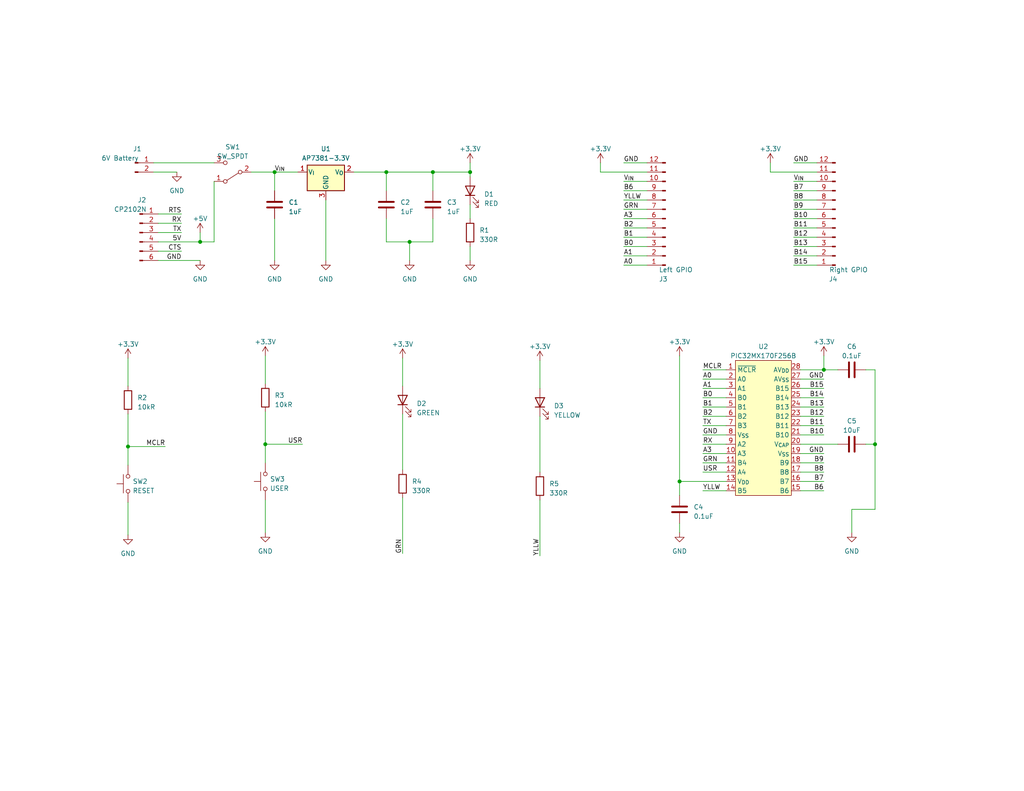
<source format=kicad_sch>
(kicad_sch (version 20230121) (generator eeschema)
  (paper "USLetter")
  (title_block (title "ME433 PCB") (date "2023-04-06") (rev "0.1") (company "Northwestern University") (comment 1 "Klemens Iten") (comment 2 "klemensiten2023@u.northwestern.edu"))
  (lib_symbols
    (symbol "ME433:AP7381-3.3V" (pin_names (offset 0.254))
      (property "Reference" "U" (at -3.81 3.175 0))
      (property "Value" "AP7381-3.3V" (at 0 3.175 0))
      (symbol "AP7381-3.3V_0_1"
        (rectangle (start -5.08 1.905) (end 5.08 -5.08) (stroke (width 0.254)) (fill (type background)))
      )
      (symbol "AP7381-3.3V_1_1"
        (pin power_in line (at -7.62 0 0) (length 2.54) (name "V_{I}") (number "1"))
        (pin power_out line (at 7.62 0 180) (length 2.54) (name "V_{O}") (number "2"))
        (pin power_in line (at 0 -7.62 90) (length 2.54) (name "GND") (number "3"))
      )
    )
    (symbol "ME433:C" (pin_numbers hide) (pin_names (offset 0.254))
      (property "Reference" "C" (at 0.635 2.54 0))
      (property "Value" "C" (at 0.635 -2.54 0))
      (symbol "C_0_1"
        (polyline (pts (xy -2.032 -0.762) (xy 2.032 -0.762)) (stroke (width 0.508)))
        (polyline (pts (xy -2.032 0.762) (xy 2.032 0.762)) (stroke (width 0.508)))
      )
      (symbol "C_1_1"
        (pin passive line (at 0 3.81 270) (length 2.794) (name "~") (number "1"))
        (pin passive line (at 0 -3.81 90) (length 2.794) (name "~") (number "2"))
      )
    )
    (symbol "ME433:Conn_01x02_Pin" (pin_names (offset 1.016) hide)
      (property "Reference" "J" (at 0 2.54 0))
      (property "Value" "Conn_01x02_Pin" (at 0 -5.08 0))
      (symbol "Conn_01x02_Pin_1_1"
        (polyline (pts (xy 1.27 -2.54) (xy 0.8636 -2.54)) (stroke (width 0.1524)))
        (polyline (pts (xy 1.27 0) (xy 0.8636 0)) (stroke (width 0.1524)))
        (rectangle (start 0.8636 -2.413) (end 0 -2.667) (stroke (width 0.1524)) (fill (type outline)))
        (rectangle (start 0.8636 0.127) (end 0 -0.127) (stroke (width 0.1524)) (fill (type outline)))
        (pin passive line (at 5.08 0 180) (length 3.81) (name "Pin_1") (number "1"))
        (pin passive line (at 5.08 -2.54 180) (length 3.81) (name "Pin_2") (number "2"))
      )
    )
    (symbol "ME433:Conn_01x06_Pin" (pin_names (offset 1.016) hide)
      (property "Reference" "J" (at 0 7.62 0))
      (property "Value" "Conn_01x06_Pin" (at 0 -10.16 0))
      (symbol "Conn_01x06_Pin_1_1"
        (polyline (pts (xy 1.27 -7.62) (xy 0.8636 -7.62)) (stroke (width 0.1524)))
        (polyline (pts (xy 1.27 -5.08) (xy 0.8636 -5.08)) (stroke (width 0.1524)))
        (polyline (pts (xy 1.27 -2.54) (xy 0.8636 -2.54)) (stroke (width 0.1524)))
        (polyline (pts (xy 1.27 0) (xy 0.8636 0)) (stroke (width 0.1524)))
        (polyline (pts (xy 1.27 2.54) (xy 0.8636 2.54)) (stroke (width 0.1524)))
        (polyline (pts (xy 1.27 5.08) (xy 0.8636 5.08)) (stroke (width 0.1524)))
        (rectangle (start 0.8636 -7.493) (end 0 -7.747) (stroke (width 0.1524)) (fill (type outline)))
        (rectangle (start 0.8636 -4.953) (end 0 -5.207) (stroke (width 0.1524)) (fill (type outline)))
        (rectangle (start 0.8636 -2.413) (end 0 -2.667) (stroke (width 0.1524)) (fill (type outline)))
        (rectangle (start 0.8636 0.127) (end 0 -0.127) (stroke (width 0.1524)) (fill (type outline)))
        (rectangle (start 0.8636 2.667) (end 0 2.413) (stroke (width 0.1524)) (fill (type outline)))
        (rectangle (start 0.8636 5.207) (end 0 4.953) (stroke (width 0.1524)) (fill (type outline)))
        (pin passive line (at 5.08 5.08 180) (length 3.81) (name "Pin_1") (number "1"))
        (pin passive line (at 5.08 2.54 180) (length 3.81) (name "Pin_2") (number "2"))
        (pin passive line (at 5.08 0 180) (length 3.81) (name "Pin_3") (number "3"))
        (pin passive line (at 5.08 -2.54 180) (length 3.81) (name "Pin_4") (number "4"))
        (pin passive line (at 5.08 -5.08 180) (length 3.81) (name "Pin_5") (number "5"))
        (pin passive line (at 5.08 -7.62 180) (length 3.81) (name "Pin_6") (number "6"))
      )
    )
    (symbol "ME433:Conn_01x12_Pin" (pin_names (offset 1.016) hide)
      (property "Reference" "J" (at 0 15.24 0))
      (property "Value" "Conn_01x12_Pin" (at 0 -17.78 0))
      (symbol "Conn_01x12_Pin_1_1"
        (polyline (pts (xy 1.27 -15.24) (xy 0.8636 -15.24)) (stroke (width 0.1524)))
        (polyline (pts (xy 1.27 -12.7) (xy 0.8636 -12.7)) (stroke (width 0.1524)))
        (polyline (pts (xy 1.27 -10.16) (xy 0.8636 -10.16)) (stroke (width 0.1524)))
        (polyline (pts (xy 1.27 -7.62) (xy 0.8636 -7.62)) (stroke (width 0.1524)))
        (polyline (pts (xy 1.27 -5.08) (xy 0.8636 -5.08)) (stroke (width 0.1524)))
        (polyline (pts (xy 1.27 -2.54) (xy 0.8636 -2.54)) (stroke (width 0.1524)))
        (polyline (pts (xy 1.27 0) (xy 0.8636 0)) (stroke (width 0.1524)))
        (polyline (pts (xy 1.27 2.54) (xy 0.8636 2.54)) (stroke (width 0.1524)))
        (polyline (pts (xy 1.27 5.08) (xy 0.8636 5.08)) (stroke (width 0.1524)))
        (polyline (pts (xy 1.27 7.62) (xy 0.8636 7.62)) (stroke (width 0.1524)))
        (polyline (pts (xy 1.27 10.16) (xy 0.8636 10.16)) (stroke (width 0.1524)))
        (polyline (pts (xy 1.27 12.7) (xy 0.8636 12.7)) (stroke (width 0.1524)))
        (rectangle (start 0.8636 -15.113) (end 0 -15.367) (stroke (width 0.1524)) (fill (type outline)))
        (rectangle (start 0.8636 -12.573) (end 0 -12.827) (stroke (width 0.1524)) (fill (type outline)))
        (rectangle (start 0.8636 -10.033) (end 0 -10.287) (stroke (width 0.1524)) (fill (type outline)))
        (rectangle (start 0.8636 -7.493) (end 0 -7.747) (stroke (width 0.1524)) (fill (type outline)))
        (rectangle (start 0.8636 -4.953) (end 0 -5.207) (stroke (width 0.1524)) (fill (type outline)))
        (rectangle (start 0.8636 -2.413) (end 0 -2.667) (stroke (width 0.1524)) (fill (type outline)))
        (rectangle (start 0.8636 0.127) (end 0 -0.127) (stroke (width 0.1524)) (fill (type outline)))
        (rectangle (start 0.8636 2.667) (end 0 2.413) (stroke (width 0.1524)) (fill (type outline)))
        (rectangle (start 0.8636 5.207) (end 0 4.953) (stroke (width 0.1524)) (fill (type outline)))
        (rectangle (start 0.8636 7.747) (end 0 7.493) (stroke (width 0.1524)) (fill (type outline)))
        (rectangle (start 0.8636 10.287) (end 0 10.033) (stroke (width 0.1524)) (fill (type outline)))
        (rectangle (start 0.8636 12.827) (end 0 12.573) (stroke (width 0.1524)) (fill (type outline)))
        (pin passive line (at 5.08 12.7 180) (length 3.81) (name "Pin_1") (number "1"))
        (pin passive line (at 5.08 -10.16 180) (length 3.81) (name "Pin_10") (number "10"))
        (pin passive line (at 5.08 -12.7 180) (length 3.81) (name "Pin_11") (number "11"))
        (pin passive line (at 5.08 -15.24 180) (length 3.81) (name "Pin_12") (number "12"))
        (pin passive line (at 5.08 10.16 180) (length 3.81) (name "Pin_2") (number "2"))
        (pin passive line (at 5.08 7.62 180) (length 3.81) (name "Pin_3") (number "3"))
        (pin passive line (at 5.08 5.08 180) (length 3.81) (name "Pin_4") (number "4"))
        (pin passive line (at 5.08 2.54 180) (length 3.81) (name "Pin_5") (number "5"))
        (pin passive line (at 5.08 0 180) (length 3.81) (name "Pin_6") (number "6"))
        (pin passive line (at 5.08 -2.54 180) (length 3.81) (name "Pin_7") (number "7"))
        (pin passive line (at 5.08 -5.08 180) (length 3.81) (name "Pin_8") (number "8"))
        (pin passive line (at 5.08 -7.62 180) (length 3.81) (name "Pin_9") (number "9"))
      )
    )
    (symbol "ME433:LED" (pin_numbers hide) (pin_names (offset 1.016) hide)
      (property "Reference" "D" (at 0 2.54 0))
      (property "Value" "LED" (at 0 -2.54 0))
      (symbol "LED_0_1"
        (polyline (pts (xy -1.27 -1.27) (xy -1.27 1.27)) (stroke (width 0.254)))
        (polyline (pts (xy -1.27 0) (xy 1.27 0)))
        (polyline (pts (xy 1.27 -1.27) (xy 1.27 1.27) (xy -1.27 0) (xy 1.27 -1.27)) (stroke (width 0.254)))
        (polyline (pts (xy -3.048 -0.762) (xy -4.572 -2.286) (xy -3.81 -2.286) (xy -4.572 -2.286) (xy -4.572 -1.524)))
        (polyline (pts (xy -1.778 -0.762) (xy -3.302 -2.286) (xy -2.54 -2.286) (xy -3.302 -2.286) (xy -3.302 -1.524)))
      )
      (symbol "LED_1_1"
        (pin passive line (at -3.81 0 0) (length 2.54) (name "K") (number "1"))
        (pin passive line (at 3.81 0 180) (length 2.54) (name "A") (number "2"))
      )
    )
    (symbol "ME433:PIC32MX170F256B"
      (property "Reference" "U" (at 0 21.59 0))
      (property "Value" "PIC32MX170F256B" (at 0 19.05 0))
      (symbol "PIC32MX170F256B_1_0"
        (pin input line (at -10.16 -7.62 0) (length 2.54) (name "A3") (number "10"))
        (pin input line (at -10.16 -10.16 0) (length 2.54) (name "B4") (number "11"))
        (pin input line (at -10.16 -12.7 0) (length 2.54) (name "A4") (number "12"))
        (pin input line (at -10.16 -15.24 0) (length 2.54) (name "V_{DD}") (number "13"))
        (pin input line (at -10.16 -17.78 0) (length 2.54) (name "B5") (number "14"))
        (pin input line (at 10.16 -12.7 180) (length 2.54) (name "B8") (number "17"))
        (pin input line (at 10.16 -10.16 180) (length 2.54) (name "B9") (number "18"))
        (pin input line (at 10.16 -7.62 180) (length 2.54) (name "V_{SS}") (number "19"))
        (pin input line (at 10.16 -5.08 180) (length 2.54) (name "V_{CAP}") (number "20"))
        (pin input line (at 10.16 -2.54 180) (length 2.54) (name "B10") (number "21"))
        (pin input line (at 10.16 2.54 180) (length 2.54) (name "B12") (number "23"))
        (pin input line (at 10.16 5.08 180) (length 2.54) (name "B13") (number "24"))
        (pin input line (at 10.16 10.16 180) (length 2.54) (name "B15") (number "26"))
        (pin input line (at 10.16 12.7 180) (length 2.54) (name "AV_{SS}") (number "27"))
        (pin input line (at 10.16 15.24 180) (length 2.54) (name "AV_{DD}") (number "28"))
        (pin input line (at -10.16 5.08 0) (length 2.54) (name "B1") (number "5"))
        (pin input line (at -10.16 2.54 0) (length 2.54) (name "B2") (number "6"))
        (pin input line (at -10.16 0 0) (length 2.54) (name "B3") (number "7"))
        (pin input line (at -10.16 -2.54 0) (length 2.54) (name "V_{SS}") (number "8"))
        (pin input line (at -10.16 -5.08 0) (length 2.54) (name "A2") (number "9"))
      )
      (symbol "PIC32MX170F256B_1_1"
        (rectangle (start -7.62 17.78) (end 7.62 -19.05) (fill (type background)))
        (pin input line (at -10.16 15.24 0) (length 2.54) (name "~{MCLR}") (number "1"))
        (pin input line (at 10.16 -17.78 180) (length 2.54) (name "B6") (number "15"))
        (pin input line (at 10.16 -15.24 180) (length 2.54) (name "B7") (number "16"))
        (pin input line (at -10.16 12.7 0) (length 2.54) (name "A0") (number "2"))
        (pin input line (at 10.16 0 180) (length 2.54) (name "B11") (number "22"))
        (pin input line (at 10.16 7.62 180) (length 2.54) (name "B14") (number "25"))
        (pin input line (at -10.16 10.16 0) (length 2.54) (name "A1") (number "3"))
        (pin input line (at -10.16 7.62 0) (length 2.54) (name "B0") (number "4"))
      )
    )
    (symbol "ME433:R" (pin_numbers hide) (pin_names (offset 0))
      (property "Reference" "R" (at 2.032 0 90))
      (property "Value" "R" (at 0 0 90))
      (symbol "R_0_1"
        (rectangle (start -1.016 -2.54) (end 1.016 2.54) (stroke (width 0.254)))
      )
      (symbol "R_1_1"
        (pin passive line (at 0 3.81 270) (length 1.27) (name "~") (number "1"))
        (pin passive line (at 0 -3.81 90) (length 1.27) (name "~") (number "2"))
      )
    )
    (symbol "ME433:SW_Push" (pin_numbers hide) (pin_names (offset 1.016) hide)
      (property "Reference" "SW" (at 1.27 2.54 0))
      (property "Value" "SW_Push" (at 0 -1.524 0))
      (symbol "SW_Push_0_1"
        (circle (center -2.032 0) (radius 0.508))
        (polyline (pts (xy 0 1.27) (xy 0 3.048)))
        (polyline (pts (xy 2.54 1.27) (xy -2.54 1.27)))
        (circle (center 2.032 0) (radius 0.508))
        (pin passive line (at -5.08 0 0) (length 2.54) (name "1") (number "1"))
        (pin passive line (at 5.08 0 180) (length 2.54) (name "2") (number "2"))
      )
    )
    (symbol "ME433:SW_SPDT" (pin_names (offset 0) hide)
      (property "Reference" "SW" (at 0 4.318 0))
      (property "Value" "SW_SPDT" (at 0 -5.08 0))
      (symbol "SW_SPDT_0_0"
        (circle (center -2.032 0) (radius 0.508))
        (circle (center 2.032 -2.54) (radius 0.508))
      )
      (symbol "SW_SPDT_0_1"
        (polyline (pts (xy -1.524 0.254) (xy 1.651 2.286)))
        (circle (center 2.032 2.54) (radius 0.508))
      )
      (symbol "SW_SPDT_1_1"
        (pin passive line (at 5.08 2.54 180) (length 2.54) (name "A") (number "1"))
        (pin passive line (at -5.08 0 0) (length 2.54) (name "B") (number "2"))
        (pin passive line (at 5.08 -2.54 180) (length 2.54) (name "C") (number "3"))
      )
    )
    (symbol "power:+3.3V" (power) (pin_names (offset 0))
      (property "Value" "+3.3V" (at 0 3.556 0))
      (symbol "+3.3V_0_1"
        (polyline (pts (xy -0.762 1.27) (xy 0 2.54)))
        (polyline (pts (xy 0 0) (xy 0 2.54)))
        (polyline (pts (xy 0 2.54) (xy 0.762 1.27)))
      )
      (symbol "+3.3V_1_1"
        (pin power_in line (at 0 0 90) (length 0) hide (name "+3.3V") (number "1"))
      )
    )
    (symbol "power:+5V" (power) (pin_names (offset 0))
      (property "Value" "+5V" (at 0 3.556 0))
      (symbol "+5V_0_1"
        (polyline (pts (xy -0.762 1.27) (xy 0 2.54)))
        (polyline (pts (xy 0 0) (xy 0 2.54)))
        (polyline (pts (xy 0 2.54) (xy 0.762 1.27)))
      )
      (symbol "+5V_1_1"
        (pin power_in line (at 0 0 90) (length 0) hide (name "+5V") (number "1"))
      )
    )
    (symbol "power:GND" (power) (pin_names (offset 0))
      (property "Value" "GND" (at 0 -3.81 0))
      (symbol "GND_0_1"
        (polyline (pts (xy 0 0) (xy 0 -1.27) (xy 1.27 -1.27) (xy 0 -2.54) (xy -1.27 -1.27) (xy 0 -1.27)))
      )
      (symbol "GND_1_1"
        (pin power_in line (at 0 0 270) (length 0) hide (name "GND") (number "1"))
      )
    )
  )
  (junction (at 105.41 46.99))
  (junction (at 224.79 100.965))
  (junction (at 238.76 121.285))
  (junction (at 111.76 66.04))
  (junction (at 118.11 46.99))
  (junction (at 54.61 66.04))
  (junction (at 185.42 131.445))
  (junction (at 34.925 121.92))
  (junction (at 74.93 46.99))
  (junction (at 128.27 46.99))
  (junction (at 72.39 121.285))
  (wire (pts (xy 163.83 46.99) (xy 163.83 44.45)))
  (wire (pts (xy 218.44 121.285) (xy 228.6 121.285)))
  (wire (pts (xy 216.535 44.45) (xy 222.885 44.45)))
  (wire (pts (xy 224.79 113.665) (xy 218.44 113.665)))
  (wire (pts (xy 191.77 111.125) (xy 198.12 111.125)))
  (wire (pts (xy 170.18 64.77) (xy 176.53 64.77)))
  (wire (pts (xy 185.42 131.445) (xy 198.12 131.445)))
  (wire (pts (xy 191.77 108.585) (xy 198.12 108.585)))
  (wire (pts (xy 224.79 131.445) (xy 218.44 131.445)))
  (wire (pts (xy 224.79 123.825) (xy 218.44 123.825)))
  (wire (pts (xy 216.535 49.53) (xy 222.885 49.53)))
  (wire (pts (xy 72.39 121.285) (xy 82.55 121.285)))
  (wire (pts (xy 111.76 66.04) (xy 111.76 71.12)))
  (wire (pts (xy 34.925 121.92) (xy 45.085 121.92)))
  (wire (pts (xy 43.18 58.42) (xy 49.53 58.42)))
  (wire (pts (xy 191.77 106.045) (xy 198.12 106.045)))
  (wire (pts (xy 216.535 72.39) (xy 222.885 72.39)))
  (wire (pts (xy 43.18 60.96) (xy 49.53 60.96)))
  (wire (pts (xy 224.79 133.985) (xy 218.44 133.985)))
  (wire (pts (xy 128.27 44.45) (xy 128.27 46.99)))
  (wire (pts (xy 216.535 57.15) (xy 222.885 57.15)))
  (wire (pts (xy 216.535 54.61) (xy 222.885 54.61)))
  (wire (pts (xy 236.22 121.285) (xy 238.76 121.285)))
  (wire (pts (xy 224.79 111.125) (xy 218.44 111.125)))
  (wire (pts (xy 118.11 46.99) (xy 128.27 46.99)))
  (wire (pts (xy 191.77 126.365) (xy 198.12 126.365)))
  (wire (pts (xy 191.77 123.825) (xy 198.12 123.825)))
  (wire (pts (xy 34.925 97.79) (xy 34.925 105.41)))
  (wire (pts (xy 147.32 136.525) (xy 147.32 151.765)))
  (wire (pts (xy 224.79 116.205) (xy 218.44 116.205)))
  (wire (pts (xy 34.925 121.92) (xy 34.925 127)))
  (wire (pts (xy 43.18 71.12) (xy 54.61 71.12)))
  (wire (pts (xy 236.22 100.965) (xy 238.76 100.965)))
  (wire (pts (xy 74.93 59.69) (xy 74.93 71.12)))
  (wire (pts (xy 218.44 100.965) (xy 224.79 100.965)))
  (wire (pts (xy 68.58 46.99) (xy 74.93 46.99)))
  (wire (pts (xy 109.855 97.79) (xy 109.855 105.41)))
  (wire (pts (xy 105.41 66.04) (xy 111.76 66.04)))
  (wire (pts (xy 105.41 46.99) (xy 105.41 52.07)))
  (wire (pts (xy 54.61 66.04) (xy 58.42 66.04)))
  (wire (pts (xy 54.61 63.5) (xy 54.61 66.04)))
  (wire (pts (xy 41.91 46.99) (xy 48.26 46.99)))
  (wire (pts (xy 96.52 46.99) (xy 105.41 46.99)))
  (wire (pts (xy 191.77 133.985) (xy 198.12 133.985)))
  (wire (pts (xy 170.18 67.31) (xy 176.53 67.31)))
  (wire (pts (xy 238.76 100.965) (xy 238.76 121.285)))
  (wire (pts (xy 72.39 136.525) (xy 72.39 145.415)))
  (wire (pts (xy 210.185 46.99) (xy 210.185 44.45)))
  (wire (pts (xy 170.18 72.39) (xy 176.53 72.39)))
  (wire (pts (xy 72.39 112.395) (xy 72.39 121.285)))
  (wire (pts (xy 224.79 126.365) (xy 218.44 126.365)))
  (wire (pts (xy 147.32 113.665) (xy 147.32 128.905)))
  (wire (pts (xy 224.79 128.905) (xy 218.44 128.905)))
  (wire (pts (xy 88.9 54.61) (xy 88.9 71.12)))
  (wire (pts (xy 191.77 128.905) (xy 198.12 128.905)))
  (wire (pts (xy 72.39 121.285) (xy 72.39 126.365)))
  (wire (pts (xy 74.93 46.99) (xy 74.93 52.07)))
  (wire (pts (xy 191.77 118.745) (xy 198.12 118.745)))
  (wire (pts (xy 224.79 106.045) (xy 218.44 106.045)))
  (wire (pts (xy 228.6 100.965) (xy 224.79 100.965)))
  (wire (pts (xy 34.925 137.16) (xy 34.925 146.05)))
  (wire (pts (xy 170.18 57.15) (xy 176.53 57.15)))
  (wire (pts (xy 128.27 67.31) (xy 128.27 71.12)))
  (wire (pts (xy 191.77 121.285) (xy 198.12 121.285)))
  (wire (pts (xy 147.32 98.425) (xy 147.32 106.045)))
  (wire (pts (xy 43.18 63.5) (xy 49.53 63.5)))
  (wire (pts (xy 170.18 54.61) (xy 176.53 54.61)))
  (wire (pts (xy 163.83 46.99) (xy 176.53 46.99)))
  (wire (pts (xy 224.79 103.505) (xy 218.44 103.505)))
  (wire (pts (xy 128.27 55.88) (xy 128.27 59.69)))
  (wire (pts (xy 224.79 97.155) (xy 224.79 100.965)))
  (wire (pts (xy 105.41 59.69) (xy 105.41 66.04)))
  (wire (pts (xy 232.41 139.065) (xy 232.41 145.415)))
  (wire (pts (xy 74.93 46.99) (xy 81.28 46.99)))
  (wire (pts (xy 210.185 46.99) (xy 222.885 46.99)))
  (wire (pts (xy 170.18 52.07) (xy 176.53 52.07)))
  (wire (pts (xy 105.41 46.99) (xy 118.11 46.99)))
  (wire (pts (xy 72.39 97.155) (xy 72.39 104.775)))
  (wire (pts (xy 216.535 67.31) (xy 222.885 67.31)))
  (wire (pts (xy 185.42 97.155) (xy 185.42 131.445)))
  (wire (pts (xy 216.535 52.07) (xy 222.885 52.07)))
  (wire (pts (xy 43.18 68.58) (xy 49.53 68.58)))
  (wire (pts (xy 41.91 44.45) (xy 58.42 44.45)))
  (wire (pts (xy 238.76 139.065) (xy 232.41 139.065)))
  (wire (pts (xy 109.855 135.89) (xy 109.855 151.13)))
  (wire (pts (xy 111.76 66.04) (xy 118.11 66.04)))
  (wire (pts (xy 191.77 100.965) (xy 198.12 100.965)))
  (wire (pts (xy 34.925 113.03) (xy 34.925 121.92)))
  (wire (pts (xy 118.11 46.99) (xy 118.11 52.07)))
  (wire (pts (xy 170.18 62.23) (xy 176.53 62.23)))
  (wire (pts (xy 170.18 49.53) (xy 176.53 49.53)))
  (wire (pts (xy 224.79 118.745) (xy 218.44 118.745)))
  (wire (pts (xy 216.535 62.23) (xy 222.885 62.23)))
  (wire (pts (xy 191.77 113.665) (xy 198.12 113.665)))
  (wire (pts (xy 224.79 108.585) (xy 218.44 108.585)))
  (wire (pts (xy 216.535 64.77) (xy 222.885 64.77)))
  (wire (pts (xy 128.27 46.99) (xy 128.27 48.26)))
  (wire (pts (xy 118.11 59.69) (xy 118.11 66.04)))
  (wire (pts (xy 170.18 44.45) (xy 176.53 44.45)))
  (wire (pts (xy 191.77 103.505) (xy 198.12 103.505)))
  (wire (pts (xy 43.18 66.04) (xy 54.61 66.04)))
  (wire (pts (xy 216.535 69.85) (xy 222.885 69.85)))
  (wire (pts (xy 238.76 121.285) (xy 238.76 139.065)))
  (wire (pts (xy 185.42 131.445) (xy 185.42 135.255)))
  (wire (pts (xy 185.42 142.875) (xy 185.42 145.415)))
  (wire (pts (xy 170.18 59.69) (xy 176.53 59.69)))
  (wire (pts (xy 216.535 59.69) (xy 222.885 59.69)))
  (wire (pts (xy 191.77 116.205) (xy 198.12 116.205)))
  (wire (pts (xy 109.855 113.03) (xy 109.855 128.27)))
  (wire (pts (xy 58.42 49.53) (xy 58.42 66.04)))
  (wire (pts (xy 170.18 69.85) (xy 176.53 69.85)))
  (label "5V" (at 49.53 66.04 180))
  (label "RX" (at 49.53 60.96 180))
  (label "B13" (at 216.535 67.31 0))
  (label "A0" (at 191.77 103.505 0))
  (label "V_{IN}" (at 74.93 46.99 0))
  (label "CTS" (at 49.53 68.58 180))
  (label "B2" (at 170.18 62.23 0))
  (label "MCLR" (at 45.085 121.92 180))
  (label "B10" (at 216.535 59.69 0))
  (label "B11" (at 224.79 116.205 180))
  (label "GND" (at 49.53 71.12 180))
  (label "B14" (at 216.535 69.85 0))
  (label "B12" (at 224.79 113.665 180))
  (label "B7" (at 224.79 131.445 180))
  (label "B7" (at 216.535 52.07 0))
  (label "A0" (at 170.18 72.39 0))
  (label "USR" (at 82.55 121.285 180))
  (label "B13" (at 224.79 111.125 180))
  (label "B12" (at 216.535 64.77 0))
  (label "V_{IN}" (at 216.535 49.53 0))
  (label "GND" (at 216.535 44.45 0))
  (label "B2" (at 191.77 113.665 0))
  (label "GND" (at 191.77 118.745 0))
  (label "B0" (at 191.77 108.585 0))
  (label "B11" (at 216.535 62.23 0))
  (label "TX" (at 191.77 116.205 0))
  (label "TX" (at 49.53 63.5 180))
  (label "YLLW" (at 147.32 151.765 90))
  (label "GRN" (at 170.18 57.15 0))
  (label "B8" (at 216.535 54.61 0))
  (label "GRN" (at 109.855 151.13 90))
  (label "USR" (at 191.77 128.905 0))
  (label "RTS" (at 49.53 58.42 180))
  (label "B9" (at 224.79 126.365 180))
  (label "B6" (at 170.18 52.07 0))
  (label "A3" (at 191.77 123.825 0))
  (label "GND" (at 170.18 44.45 0))
  (label "A1" (at 170.18 69.85 0))
  (label "B15" (at 224.79 106.045 180))
  (label "RX" (at 191.77 121.285 0))
  (label "B14" (at 224.79 108.585 180))
  (label "YLLW" (at 170.18 54.61 0))
  (label "B9" (at 216.535 57.15 0))
  (label "B6" (at 224.79 133.985 180))
  (label "GRN" (at 191.77 126.365 0))
  (label "B0" (at 170.18 67.31 0))
  (label "B8" (at 224.79 128.905 180))
  (label "B10" (at 224.79 118.745 180))
  (label "YLLW" (at 191.77 133.985 0))
  (label "A3" (at 170.18 59.69 0))
  (label "A1" (at 191.77 106.045 0))
  (label "GND" (at 224.79 123.825 180))
  (label "B15" (at 216.535 72.39 0))
  (label "MCLR" (at 191.77 100.965 0))
  (label "V_{IN}" (at 170.18 49.53 0))
  (label "B1" (at 170.18 64.77 0))
  (label "GND" (at 224.79 103.505 180))
  (label "B1" (at 191.77 111.125 0))
  (symbol (lib_id "power:GND") (at 48.26 46.99 0) (unit 1)
    (property "Reference" "#PWR01" (effects hide))
    (property "Value" "GND" (at 48.26 52.07 0))
  )
  (symbol (lib_id "power:+3.3V") (at 224.79 97.155 0) (unit 1)
    (property "Reference" "#PWR014" (effects hide))
    (property "Value" "+3.3V" (at 224.79 93.345 0))
  )
  (symbol (lib_id "power:+5V") (at 54.61 63.5 0) (unit 1)
    (property "Reference" "#PWR03" (effects hide))
    (property "Value" "+5V" (at 54.61 59.69 0))
  )
  (symbol (lib_id "power:GND") (at 34.925 146.05 0) (unit 1)
    (property "Reference" "#PWR015" (effects hide))
    (property "Value" "GND" (at 34.925 151.13 0))
  )
  (symbol (lib_id "power:+3.3V") (at 72.39 97.155 0) (unit 1)
    (property "Reference" "#PWR017" (effects hide))
    (property "Value" "+3.3V" (at 72.39 93.345 0))
  )
  (symbol (lib_id "ME433:R") (at 128.27 63.5 0) (unit 1)
    (property "Reference" "R1" (at 130.81 62.865 0) (effects (justify left)))
    (property "Value" "330R" (at 130.81 65.405 0) (effects (justify left)))
    (property "Footprint" "Resistor_THT:R_Axial_DIN0207_L6.3mm_D2.5mm_P7.62mm_Horizontal" (effects hide))
  )
  (symbol (lib_id "power:GND") (at 88.9 71.12 0) (unit 1)
    (property "Reference" "#PWR05" (effects hide))
    (property "Value" "GND" (at 88.9 76.2 0))
  )
  (symbol (lib_id "ME433:R") (at 109.855 132.08 0) (unit 1)
    (property "Reference" "R4" (at 112.395 131.445 0) (effects (justify left)))
    (property "Value" "330R" (at 112.395 133.985 0) (effects (justify left)))
    (property "Footprint" "Resistor_THT:R_Axial_DIN0207_L6.3mm_D2.5mm_P7.62mm_Horizontal" (effects hide))
  )
  (symbol (lib_id "ME433:C") (at 118.11 55.88 0) (unit 1)
    (property "Reference" "C3" (at 121.92 55.245 0) (effects (justify left)))
    (property "Value" "1uF" (at 121.92 57.785 0) (effects (justify left)))
    (property "Footprint" "Capacitor_THT:C_Disc_D5.1mm_W3.2mm_P5.00mm" (effects hide))
  )
  (symbol (lib_id "ME433:C") (at 105.41 55.88 0) (unit 1)
    (property "Reference" "C2" (at 109.22 55.245 0) (effects (justify left)))
    (property "Value" "1uF" (at 109.22 57.785 0) (effects (justify left)))
    (property "Footprint" "Capacitor_THT:C_Disc_D5.1mm_W3.2mm_P5.00mm" (effects hide))
  )
  (symbol (lib_id "ME433:SW_SPDT") (at 63.5 46.99 180) (unit 1)
    (property "Reference" "SW1" (at 63.5 40.132 0))
    (property "Value" "SW_SPDT" (at 63.5 42.672 0))
    (property "Footprint" "HW4_Footprint:Switch_3W" (effects hide))
  )
  (symbol (lib_id "ME433:SW_Push") (at 72.39 131.445 90) (unit 1)
    (property "Reference" "SW3" (at 73.66 130.81 90) (effects (justify right)))
    (property "Value" "USER" (at 73.66 133.35 90) (effects (justify right)))
    (property "Footprint" "HW4_Footprint:Pushbutton" (effects hide))
  )
  (symbol (lib_id "power:GND") (at 128.27 71.12 0) (unit 1)
    (property "Reference" "#PWR06" (effects hide))
    (property "Value" "GND" (at 128.27 76.2 0))
  )
  (symbol (lib_id "ME433:C") (at 232.41 100.965 270) (unit 1)
    (property "Reference" "C6" (at 232.41 94.615 90))
    (property "Value" "0.1uF" (at 232.41 97.155 90))
    (property "Footprint" "Capacitor_THT:C_Disc_D3.4mm_W2.1mm_P2.50mm" (effects hide))
  )
  (symbol (lib_id "ME433:Conn_01x02_Pin") (at 36.83 44.45 0) (unit 1)
    (property "Reference" "J1" (at 37.465 40.64 0))
    (property "Value" "6V Battery" (at 32.766 43.18 0))
    (property "Footprint" "Connector_PinSocket_2.54mm:PinSocket_1x02_P2.54mm_Vertical" (effects hide))
  )
  (symbol (lib_id "ME433:R") (at 147.32 132.715 0) (unit 1)
    (property "Reference" "R5" (at 149.86 132.08 0) (effects (justify left)))
    (property "Value" "330R" (at 149.86 134.62 0) (effects (justify left)))
    (property "Footprint" "Resistor_THT:R_Axial_DIN0207_L6.3mm_D2.5mm_P7.62mm_Horizontal" (effects hide))
  )
  (symbol (lib_id "power:GND") (at 72.39 145.415 0) (unit 1)
    (property "Reference" "#PWR018" (effects hide))
    (property "Value" "GND" (at 72.39 150.495 0))
  )
  (symbol (lib_id "ME433:AP7381-3.3V") (at 88.9 46.99 0) (unit 1)
    (property "Reference" "U1" (at 88.9 40.64 0))
    (property "Value" "AP7381-3.3V" (at 88.9 43.18 0))
    (property "Footprint" "Package_TO_SOT_THT:TO-92L_Inline" (effects hide))
  )
  (symbol (lib_id "power:GND") (at 232.41 145.415 0) (unit 1)
    (property "Reference" "#PWR013" (effects hide))
    (property "Value" "GND" (at 232.41 150.495 0))
  )
  (symbol (lib_id "ME433:SW_Push") (at 34.925 132.08 90) (unit 1)
    (property "Reference" "SW2" (at 36.195 131.445 90) (effects (justify right)))
    (property "Value" "RESET" (at 36.195 133.985 90) (effects (justify right)))
    (property "Footprint" "HW4_Footprint:Pushbutton" (effects hide))
  )
  (symbol (lib_id "ME433:Conn_01x12_Pin") (at 181.61 59.69 180) (unit 1)
    (property "Reference" "J3" (at 180.975 76.2 0))
    (property "Value" "Left GPIO" (at 184.404 73.66 0))
    (property "Footprint" "Connector_PinSocket_2.54mm:PinSocket_1x12_P2.54mm_Vertical" (effects hide))
  )
  (symbol (lib_id "power:+3.3V") (at 34.925 97.79 0) (unit 1)
    (property "Reference" "#PWR016" (effects hide))
    (property "Value" "+3.3V" (at 34.925 93.98 0))
  )
  (symbol (lib_id "ME433:C") (at 232.41 121.285 270) (unit 1)
    (property "Reference" "C5" (at 232.41 114.935 90))
    (property "Value" "10uF" (at 232.41 117.475 90))
    (property "Footprint" "Capacitor_THT:C_Disc_D5.0mm_W2.5mm_P2.50mm" (effects hide))
  )
  (symbol (lib_id "ME433:R") (at 72.39 108.585 0) (unit 1)
    (property "Reference" "R3" (at 74.93 107.95 0) (effects (justify left)))
    (property "Value" "10kR" (at 74.93 110.49 0) (effects (justify left)))
    (property "Footprint" "Resistor_THT:R_Axial_DIN0207_L6.3mm_D2.5mm_P7.62mm_Horizontal" (effects hide))
  )
  (symbol (lib_id "ME433:LED") (at 128.27 52.07 90) (unit 1)
    (property "Reference" "D1" (at 132.08 53.0225 90) (effects (justify right)))
    (property "Value" "RED" (at 132.08 55.5625 90) (effects (justify right)))
    (property "Footprint" "LED_THT:LED_D3.0mm" (effects hide))
  )
  (symbol (lib_id "power:+3.3V") (at 185.42 97.155 0) (unit 1)
    (property "Reference" "#PWR011" (effects hide))
    (property "Value" "+3.3V" (at 185.42 93.345 0))
  )
  (symbol (lib_id "ME433:LED") (at 109.855 109.22 90) (unit 1)
    (property "Reference" "D2" (at 113.665 110.1725 90) (effects (justify right)))
    (property "Value" "GREEN" (at 113.665 112.7125 90) (effects (justify right)))
    (property "Footprint" "LED_THT:LED_D3.0mm" (effects hide))
  )
  (symbol (lib_id "ME433:LED") (at 147.32 109.855 90) (unit 1)
    (property "Reference" "D3" (at 151.13 110.8075 90) (effects (justify right)))
    (property "Value" "YELLOW" (at 151.13 113.3475 90) (effects (justify right)))
    (property "Footprint" "LED_THT:LED_D3.0mm" (effects hide))
  )
  (symbol (lib_id "ME433:PIC32MX170F256B") (at 208.28 116.205 0) (unit 1)
    (property "Reference" "U2" (at 208.28 94.615 0))
    (property "Value" "PIC32MX170F256B" (at 208.28 97.155 0))
    (property "Footprint" "Package_DIP:DIP-28_W7.62mm_Socket" (effects hide))
  )
  (symbol (lib_id "ME433:Conn_01x06_Pin") (at 38.1 63.5 0) (unit 1)
    (property "Reference" "J2" (at 38.735 54.61 0))
    (property "Value" "CP2102N" (at 35.56 57.15 0))
    (property "Footprint" "Connector_PinSocket_2.54mm:PinSocket_1x06_P2.54mm_Vertical" (effects hide))
  )
  (symbol (lib_id "power:+3.3V") (at 210.185 44.45 0) (unit 1)
    (property "Reference" "#PWR010" (effects hide))
    (property "Value" "+3.3V" (at 210.185 40.64 0))
  )
  (symbol (lib_id "power:GND") (at 111.76 71.12 0) (unit 1)
    (property "Reference" "#PWR08" (effects hide))
    (property "Value" "GND" (at 111.76 76.2 0))
  )
  (symbol (lib_id "ME433:R") (at 34.925 109.22 0) (unit 1)
    (property "Reference" "R2" (at 37.465 108.585 0) (effects (justify left)))
    (property "Value" "10kR" (at 37.465 111.125 0) (effects (justify left)))
    (property "Footprint" "Resistor_THT:R_Axial_DIN0207_L6.3mm_D2.5mm_P7.62mm_Horizontal" (effects hide))
  )
  (symbol (lib_id "power:GND") (at 74.93 71.12 0) (unit 1)
    (property "Reference" "#PWR04" (effects hide))
    (property "Value" "GND" (at 74.93 76.2 0))
  )
  (symbol (lib_id "ME433:Conn_01x12_Pin") (at 227.965 59.69 180) (unit 1)
    (property "Reference" "J4" (at 227.33 76.2 0))
    (property "Value" "Right GPIO" (at 231.521 73.66 0))
    (property "Footprint" "Connector_PinSocket_2.54mm:PinSocket_1x12_P2.54mm_Vertical" (effects hide))
  )
  (symbol (lib_id "power:+3.3V") (at 147.32 98.425 0) (unit 1)
    (property "Reference" "#PWR020" (effects hide))
    (property "Value" "+3.3V" (at 147.32 94.615 0))
  )
  (symbol (lib_id "power:+3.3V") (at 109.855 97.79 0) (unit 1)
    (property "Reference" "#PWR019" (effects hide))
    (property "Value" "+3.3V" (at 109.855 93.98 0))
  )
  (symbol (lib_id "power:GND") (at 54.61 71.12 0) (unit 1)
    (property "Reference" "#PWR02" (effects hide))
    (property "Value" "GND" (at 54.61 76.2 0))
  )
  (symbol (lib_id "power:GND") (at 185.42 145.415 0) (unit 1)
    (property "Reference" "#PWR012" (effects hide))
    (property "Value" "GND" (at 185.42 150.495 0))
  )
  (symbol (lib_id "power:+3.3V") (at 163.83 44.45 0) (unit 1)
    (property "Reference" "#PWR09" (effects hide))
    (property "Value" "+3.3V" (at 163.83 40.64 0))
  )
  (symbol (lib_id "ME433:C") (at 185.42 139.065 0) (unit 1)
    (property "Reference" "C4" (at 189.23 138.43 0) (effects (justify left)))
    (property "Value" "0.1uF" (at 189.23 140.97 0) (effects (justify left)))
    (property "Footprint" "Capacitor_THT:C_Disc_D3.4mm_W2.1mm_P2.50mm" (effects hide))
  )
  (symbol (lib_id "power:+3.3V") (at 128.27 44.45 0) (unit 1)
    (property "Reference" "#PWR07" (effects hide))
    (property "Value" "+3.3V" (at 128.27 40.64 0))
  )
  (symbol (lib_id "ME433:C") (at 74.93 55.88 0) (unit 1)
    (property "Reference" "C1" (at 78.74 55.245 0) (effects (justify left)))
    (property "Value" "1uF" (at 78.74 57.785 0) (effects (justify left)))
    (property "Footprint" "Capacitor_THT:C_Disc_D5.1mm_W3.2mm_P5.00mm" (effects hide))
  )
)
</source>
